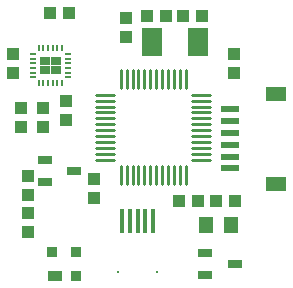
<source format=gtp>
G04 ---------------------------- Layer name :TOP PASTER LAYER*
G04 EasyEDA v5.6.15, Thu, 26 Jul 2018 23:13:41 GMT*
G04 a350aba4d1a84c778ca10979b53d7052*
G04 Gerber Generator version 0.2*
G04 Scale: 100 percent, Rotated: No, Reflected: No *
G04 Dimensions in inches *
G04 leading zeros omitted , absolute positions ,2 integer and 4 decimal *
%FSLAX24Y24*%
%MOIN*%
G90*
G70D02*

%ADD10C,0.010000*%
%ADD15C,0.011024*%
%ADD17R,0.049213X0.027559*%
%ADD18R,0.039370X0.043307*%
%ADD19R,0.043307X0.039370*%
%ADD20R,0.051200X0.055100*%
%ADD21R,0.066929X0.094490*%
%ADD22R,0.021654X0.007874*%
%ADD23R,0.007874X0.021654*%
%ADD24R,0.034449X0.031496*%
%ADD25R,0.033000X0.033000*%
%ADD26R,0.047000X0.033000*%
%ADD27R,0.017717X0.078740*%
%ADD28R,0.059055X0.023600*%
%ADD29R,0.070866X0.047200*%

%LPD*%
G54D15*
G01X6400Y7242D02*
G01X6400Y6643D01*
G01X6203Y7242D02*
G01X6203Y6643D01*
G01X6006Y7242D02*
G01X6006Y6643D01*
G01X5809Y7242D02*
G01X5809Y6643D01*
G01X5612Y7242D02*
G01X5612Y6643D01*
G01X5415Y7242D02*
G01X5415Y6643D01*
G01X5218Y7242D02*
G01X5218Y6643D01*
G01X5021Y7242D02*
G01X5021Y6643D01*
G01X4825Y7242D02*
G01X4825Y6643D01*
G01X4628Y7242D02*
G01X4628Y6643D01*
G01X4431Y7242D02*
G01X4431Y6643D01*
G01X4234Y7242D02*
G01X4234Y6643D01*
G01X4022Y6431D02*
G01X3423Y6431D01*
G01X4022Y6234D02*
G01X3423Y6234D01*
G01X4022Y6037D02*
G01X3423Y6037D01*
G01X4022Y5840D02*
G01X3423Y5840D01*
G01X4022Y5643D02*
G01X3423Y5643D01*
G01X4022Y5446D02*
G01X3423Y5446D01*
G01X4022Y5250D02*
G01X3423Y5250D01*
G01X4022Y5053D02*
G01X3423Y5053D01*
G01X4022Y4856D02*
G01X3423Y4856D01*
G01X4022Y4659D02*
G01X3423Y4659D01*
G01X4022Y4462D02*
G01X3423Y4462D01*
G01X4022Y4265D02*
G01X3423Y4265D01*
G01X4234Y4053D02*
G01X4234Y3454D01*
G01X4431Y4053D02*
G01X4431Y3454D01*
G01X4628Y4053D02*
G01X4628Y3454D01*
G01X4825Y4053D02*
G01X4825Y3454D01*
G01X5021Y4053D02*
G01X5021Y3454D01*
G01X5218Y4053D02*
G01X5218Y3454D01*
G01X5415Y4053D02*
G01X5415Y3454D01*
G01X5612Y4053D02*
G01X5612Y3454D01*
G01X5809Y4053D02*
G01X5809Y3454D01*
G01X6006Y4053D02*
G01X6006Y3454D01*
G01X6203Y4053D02*
G01X6203Y3454D01*
G01X6400Y4053D02*
G01X6400Y3454D01*
G01X7211Y4265D02*
G01X6612Y4265D01*
G01X7211Y4462D02*
G01X6612Y4462D01*
G01X7211Y4659D02*
G01X6612Y4659D01*
G01X7211Y4856D02*
G01X6612Y4856D01*
G01X7211Y5053D02*
G01X6612Y5053D01*
G01X7211Y5250D02*
G01X6612Y5250D01*
G01X7211Y5446D02*
G01X6612Y5446D01*
G01X7211Y5643D02*
G01X6612Y5643D01*
G01X7211Y5840D02*
G01X6612Y5840D01*
G01X7211Y6037D02*
G01X6612Y6037D01*
G01X7211Y6234D02*
G01X6612Y6234D01*
G01X7211Y6431D02*
G01X6612Y6431D01*
G54D17*
G01X8042Y792D03*
G01X7057Y419D03*
G01X7057Y1166D03*
G54D18*
G01X2494Y9143D03*
G01X1863Y9143D03*
G54D19*
G01X660Y7158D03*
G01X660Y7788D03*
G01X1649Y5986D03*
G01X1649Y5356D03*
G54D20*
G01X7907Y2093D03*
G01X7080Y2093D03*
G54D19*
G01X2400Y5598D03*
G01X2400Y6228D03*
G54D21*
G01X6822Y8173D03*
G01X5278Y8173D03*
G54D18*
G01X5105Y9042D03*
G01X5736Y9042D03*
G01X6944Y9043D03*
G01X6313Y9043D03*
G54D19*
G01X7999Y7786D03*
G01X7999Y7156D03*
G54D18*
G01X6794Y2893D03*
G01X6163Y2893D03*
G54D19*
G01X3350Y2998D03*
G01X3350Y3628D03*
G01X4399Y8986D03*
G01X4399Y8356D03*
G54D22*
G01X1300Y7792D03*
G01X1300Y7635D03*
G01X1300Y7477D03*
G01X1300Y7320D03*
G01X1300Y7162D03*
G01X1300Y7005D03*
G54D23*
G01X1496Y6808D03*
G01X1654Y6808D03*
G01X1811Y6808D03*
G01X1969Y6808D03*
G01X2126Y6808D03*
G01X2284Y6808D03*
G54D22*
G01X2480Y7005D03*
G01X2480Y7162D03*
G01X2480Y7320D03*
G01X2480Y7477D03*
G01X2480Y7635D03*
G01X2480Y7792D03*
G54D23*
G01X2284Y7989D03*
G01X2126Y7989D03*
G01X1969Y7989D03*
G01X1811Y7989D03*
G01X1654Y7989D03*
G01X1496Y7989D03*
G54D24*
G01X2061Y7241D03*
G01X2061Y7556D03*
G01X1719Y7241D03*
G01X1719Y7556D03*
G54D25*
G01X2740Y1202D03*
G01X1950Y1202D03*
G01X2740Y382D03*
G54D26*
G01X2030Y382D03*
G54D27*
G01X5307Y2219D03*
G01X5051Y2219D03*
G01X4796Y2219D03*
G01X4540Y2219D03*
G01X4284Y2219D03*
G54D10*
G01X5428Y521D03*
G01X4137Y527D03*
G54D18*
G01X8044Y2893D03*
G01X7413Y2893D03*
G54D19*
G01X1150Y1848D03*
G01X1150Y2478D03*
G01X1150Y3098D03*
G01X1150Y3728D03*
G01X899Y5986D03*
G01X899Y5356D03*
G54D17*
G01X2692Y3892D03*
G01X1707Y3519D03*
G01X1707Y4266D03*
G54D28*
G01X7880Y5944D03*
G54D29*
G01X9395Y6456D03*
G01X9395Y3464D03*
G54D28*
G01X7880Y5551D03*
G01X7880Y5157D03*
G01X7880Y4763D03*
G01X7879Y3976D03*
G01X7879Y4370D03*
M00*
M02*

</source>
